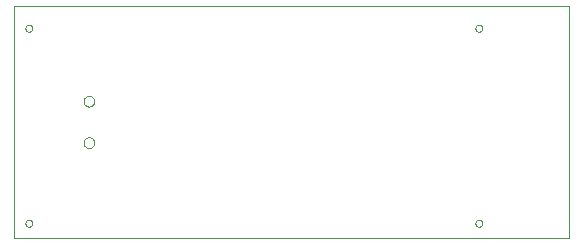
<source format=gko>
G75*
G70*
%OFA0B0*%
%FSLAX24Y24*%
%IPPOS*%
%LPD*%
%AMOC8*
5,1,8,0,0,1.08239X$1,22.5*
%
%ADD10C,0.0000*%
D10*
X000131Y000181D02*
X000131Y007927D01*
X018626Y007927D01*
X018626Y000181D01*
X000131Y000181D01*
X000513Y000681D02*
X000515Y000702D01*
X000521Y000722D01*
X000530Y000742D01*
X000542Y000759D01*
X000557Y000773D01*
X000575Y000785D01*
X000595Y000793D01*
X000615Y000798D01*
X000636Y000799D01*
X000657Y000796D01*
X000677Y000790D01*
X000696Y000779D01*
X000713Y000766D01*
X000726Y000750D01*
X000737Y000732D01*
X000745Y000712D01*
X000749Y000692D01*
X000749Y000670D01*
X000745Y000650D01*
X000737Y000630D01*
X000726Y000612D01*
X000713Y000596D01*
X000696Y000583D01*
X000677Y000572D01*
X000657Y000566D01*
X000636Y000563D01*
X000615Y000564D01*
X000595Y000569D01*
X000575Y000577D01*
X000557Y000589D01*
X000542Y000603D01*
X000530Y000620D01*
X000521Y000640D01*
X000515Y000660D01*
X000513Y000681D01*
X002454Y003367D02*
X002456Y003393D01*
X002462Y003419D01*
X002472Y003444D01*
X002485Y003467D01*
X002501Y003487D01*
X002521Y003505D01*
X002543Y003520D01*
X002566Y003532D01*
X002592Y003540D01*
X002618Y003544D01*
X002644Y003544D01*
X002670Y003540D01*
X002696Y003532D01*
X002720Y003520D01*
X002741Y003505D01*
X002761Y003487D01*
X002777Y003467D01*
X002790Y003444D01*
X002800Y003419D01*
X002806Y003393D01*
X002808Y003367D01*
X002806Y003341D01*
X002800Y003315D01*
X002790Y003290D01*
X002777Y003267D01*
X002761Y003247D01*
X002741Y003229D01*
X002719Y003214D01*
X002696Y003202D01*
X002670Y003194D01*
X002644Y003190D01*
X002618Y003190D01*
X002592Y003194D01*
X002566Y003202D01*
X002542Y003214D01*
X002521Y003229D01*
X002501Y003247D01*
X002485Y003267D01*
X002472Y003290D01*
X002462Y003315D01*
X002456Y003341D01*
X002454Y003367D01*
X002454Y004745D02*
X002456Y004771D01*
X002462Y004797D01*
X002472Y004822D01*
X002485Y004845D01*
X002501Y004865D01*
X002521Y004883D01*
X002543Y004898D01*
X002566Y004910D01*
X002592Y004918D01*
X002618Y004922D01*
X002644Y004922D01*
X002670Y004918D01*
X002696Y004910D01*
X002720Y004898D01*
X002741Y004883D01*
X002761Y004865D01*
X002777Y004845D01*
X002790Y004822D01*
X002800Y004797D01*
X002806Y004771D01*
X002808Y004745D01*
X002806Y004719D01*
X002800Y004693D01*
X002790Y004668D01*
X002777Y004645D01*
X002761Y004625D01*
X002741Y004607D01*
X002719Y004592D01*
X002696Y004580D01*
X002670Y004572D01*
X002644Y004568D01*
X002618Y004568D01*
X002592Y004572D01*
X002566Y004580D01*
X002542Y004592D01*
X002521Y004607D01*
X002501Y004625D01*
X002485Y004645D01*
X002472Y004668D01*
X002462Y004693D01*
X002456Y004719D01*
X002454Y004745D01*
X000513Y007181D02*
X000515Y007202D01*
X000521Y007222D01*
X000530Y007242D01*
X000542Y007259D01*
X000557Y007273D01*
X000575Y007285D01*
X000595Y007293D01*
X000615Y007298D01*
X000636Y007299D01*
X000657Y007296D01*
X000677Y007290D01*
X000696Y007279D01*
X000713Y007266D01*
X000726Y007250D01*
X000737Y007232D01*
X000745Y007212D01*
X000749Y007192D01*
X000749Y007170D01*
X000745Y007150D01*
X000737Y007130D01*
X000726Y007112D01*
X000713Y007096D01*
X000696Y007083D01*
X000677Y007072D01*
X000657Y007066D01*
X000636Y007063D01*
X000615Y007064D01*
X000595Y007069D01*
X000575Y007077D01*
X000557Y007089D01*
X000542Y007103D01*
X000530Y007120D01*
X000521Y007140D01*
X000515Y007160D01*
X000513Y007181D01*
X015513Y007181D02*
X015515Y007202D01*
X015521Y007222D01*
X015530Y007242D01*
X015542Y007259D01*
X015557Y007273D01*
X015575Y007285D01*
X015595Y007293D01*
X015615Y007298D01*
X015636Y007299D01*
X015657Y007296D01*
X015677Y007290D01*
X015696Y007279D01*
X015713Y007266D01*
X015726Y007250D01*
X015737Y007232D01*
X015745Y007212D01*
X015749Y007192D01*
X015749Y007170D01*
X015745Y007150D01*
X015737Y007130D01*
X015726Y007112D01*
X015713Y007096D01*
X015696Y007083D01*
X015677Y007072D01*
X015657Y007066D01*
X015636Y007063D01*
X015615Y007064D01*
X015595Y007069D01*
X015575Y007077D01*
X015557Y007089D01*
X015542Y007103D01*
X015530Y007120D01*
X015521Y007140D01*
X015515Y007160D01*
X015513Y007181D01*
X015513Y000681D02*
X015515Y000702D01*
X015521Y000722D01*
X015530Y000742D01*
X015542Y000759D01*
X015557Y000773D01*
X015575Y000785D01*
X015595Y000793D01*
X015615Y000798D01*
X015636Y000799D01*
X015657Y000796D01*
X015677Y000790D01*
X015696Y000779D01*
X015713Y000766D01*
X015726Y000750D01*
X015737Y000732D01*
X015745Y000712D01*
X015749Y000692D01*
X015749Y000670D01*
X015745Y000650D01*
X015737Y000630D01*
X015726Y000612D01*
X015713Y000596D01*
X015696Y000583D01*
X015677Y000572D01*
X015657Y000566D01*
X015636Y000563D01*
X015615Y000564D01*
X015595Y000569D01*
X015575Y000577D01*
X015557Y000589D01*
X015542Y000603D01*
X015530Y000620D01*
X015521Y000640D01*
X015515Y000660D01*
X015513Y000681D01*
M02*

</source>
